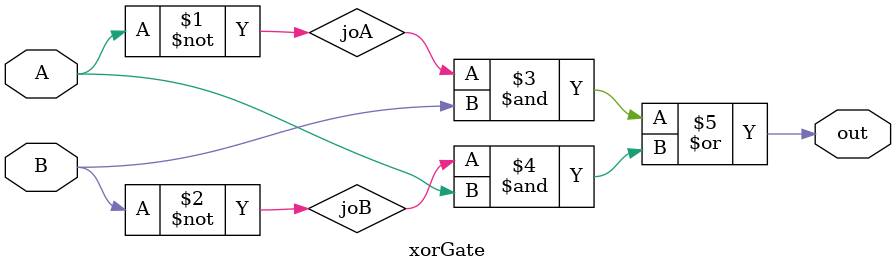
<source format=v>
`timescale 1ns / 1ps


module xorGate(
input A, input B, output out
    );
wire joA;
wire joB;
wire cout;
assign joA= ~A;
assign joB =~B;
    
    
assign out = (joA & B) | (joB & A);
endmodule

</source>
